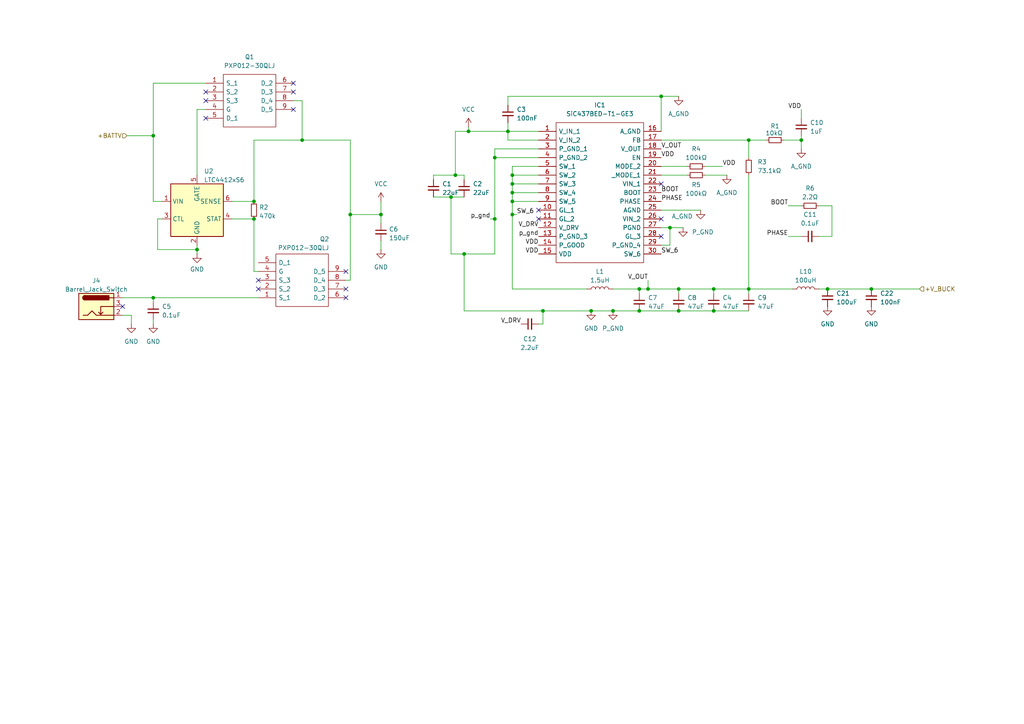
<source format=kicad_sch>
(kicad_sch (version 20231120) (generator "eeschema") (generator_version "8.0")
  (paper "A4")
  (lib_symbols
    (symbol "Connector:Barrel_Jack_Switch" (pin_names hide)
      (property "Reference" "J" (at 0 5.334 0))
      (property "Value" "Barrel_Jack_Switch" (at 0 -5.08 0))
      (symbol "Barrel_Jack_Switch_0_1"
        (rectangle (start -5.08 3.81) (end 5.08 -3.81) (stroke (width 0.254)) (fill (type background)))
        (arc (start -3.302 3.175) (mid -3.9342 2.54) (end -3.302 1.905) (stroke (width 0.254)))
        (arc (start -3.302 3.175) (mid -3.9342 2.54) (end -3.302 1.905) (stroke (width 0.254)) (fill (type outline)))
        (polyline (pts (xy 1.27 -2.286) (xy 1.905 -1.651)) (stroke (width 0.254)))
        (polyline (pts (xy 5.08 2.54) (xy 3.81 2.54)) (stroke (width 0.254)))
        (polyline (pts (xy 5.08 0) (xy 1.27 0) (xy 1.27 -2.286) (xy 0.635 -1.651)) (stroke (width 0.254)))
        (polyline (pts (xy -3.81 -2.54) (xy -2.54 -2.54) (xy -1.27 -1.27) (xy 0 -2.54) (xy 2.54 -2.54) (xy 5.08 -2.54)) (stroke (width 0.254)))
        (rectangle (start 3.683 3.175) (end -3.302 1.905) (stroke (width 0.254)) (fill (type outline)))
      )
      (symbol "Barrel_Jack_Switch_1_1"
        (pin passive line (at 7.62 2.54 180) (length 2.54) (name "~") (number "1"))
        (pin passive line (at 7.62 -2.54 180) (length 2.54) (name "~") (number "2"))
        (pin passive line (at 7.62 0 180) (length 2.54) (name "~") (number "3"))
      )
    )
    (symbol "Device:C_Small" (pin_numbers hide) (pin_names (offset 0.254) hide)
      (property "Reference" "C" (at 0.254 1.778 0))
      (property "Value" "C_Small" (at 0.254 -2.032 0))
      (symbol "C_Small_0_1"
        (polyline (pts (xy -1.524 -0.508) (xy 1.524 -0.508)) (stroke (width 0.3302)))
        (polyline (pts (xy -1.524 0.508) (xy 1.524 0.508)) (stroke (width 0.3048)))
      )
      (symbol "C_Small_1_1"
        (pin passive line (at 0 2.54 270) (length 2.032) (name "~") (number "1"))
        (pin passive line (at 0 -2.54 90) (length 2.032) (name "~") (number "2"))
      )
    )
    (symbol "Device:L" (pin_numbers hide) (pin_names (offset 1.016) hide)
      (property "Reference" "L" (at -1.27 0 90))
      (property "Value" "L" (at 1.905 0 90))
      (symbol "L_0_1"
        (arc (start 0 -2.54) (mid 0.6323 -1.905) (end 0 -1.27))
        (arc (start 0 -1.27) (mid 0.6323 -0.635) (end 0 0))
        (arc (start 0 0) (mid 0.6323 0.635) (end 0 1.27))
        (arc (start 0 1.27) (mid 0.6323 1.905) (end 0 2.54))
      )
      (symbol "L_1_1"
        (pin passive line (at 0 3.81 270) (length 1.27) (name "1") (number "1"))
        (pin passive line (at 0 -3.81 90) (length 1.27) (name "2") (number "2"))
      )
    )
    (symbol "Device:R_Small" (pin_numbers hide) (pin_names (offset 0.254) hide)
      (property "Reference" "R" (at 0.762 0.508 0))
      (property "Value" "R_Small" (at 0.762 -1.016 0))
      (symbol "R_Small_0_1"
        (rectangle (start -0.762 1.778) (end 0.762 -1.778) (stroke (width 0.2032)))
      )
      (symbol "R_Small_1_1"
        (pin passive line (at 0 2.54 270) (length 0.762) (name "~") (number "1"))
        (pin passive line (at 0 -2.54 90) (length 0.762) (name "~") (number "2"))
      )
    )
    (symbol "ICLR:PXP012-30QLJ" (pin_names (offset 0.762))
      (property "Reference" "Q" (at 21.59 7.62 0))
      (property "Value" "PXP012-30QLJ" (at 21.59 5.08 0))
      (symbol "PXP012-30QLJ_0_0"
        (pin passive line (at 0 0 0) (length 5.08) (name "S_1") (number "1"))
        (pin passive line (at 0 -2.54 0) (length 5.08) (name "S_2") (number "2"))
        (pin passive line (at 0 -5.08 0) (length 5.08) (name "S_3") (number "3"))
        (pin passive line (at 0 -7.62 0) (length 5.08) (name "G") (number "4"))
        (pin passive line (at 0 -10.16 0) (length 5.08) (name "D_1") (number "5"))
        (pin passive line (at 25.4 0 180) (length 5.08) (name "D_2") (number "6"))
        (pin passive line (at 25.4 -2.54 180) (length 5.08) (name "D_3") (number "7"))
        (pin passive line (at 25.4 -5.08 180) (length 5.08) (name "D_4") (number "8"))
        (pin passive line (at 25.4 -7.62 180) (length 5.08) (name "D_5") (number "9"))
      )
      (symbol "PXP012-30QLJ_0_1"
        (polyline (pts (xy 5.08 2.54) (xy 20.32 2.54) (xy 20.32 -12.7) (xy 5.08 -12.7) (xy 5.08 2.54)) (stroke (width 0.1524)))
      )
    )
    (symbol "ICLR:SiC437BED-T1-GE3" (pin_names (offset 0.762))
      (property "Reference" "IC" (at 31.75 7.62 0))
      (property "Value" "SiC437BED-T1-GE3" (at 31.75 5.08 0))
      (symbol "SiC437BED-T1-GE3_0_0"
        (pin passive line (at 0 0 0) (length 5.08) (name "V_IN_1") (number "1"))
        (pin passive line (at 0 -22.86 0) (length 5.08) (name "GL_1") (number "10"))
        (pin passive line (at 0 -25.4 0) (length 5.08) (name "GL_2") (number "11"))
        (pin passive line (at 0 -27.94 0) (length 5.08) (name "V_DRV") (number "12"))
        (pin passive line (at 0 -30.48 0) (length 5.08) (name "P_GND_3") (number "13"))
        (pin passive line (at 0 -33.02 0) (length 5.08) (name "P_GOOD") (number "14"))
        (pin passive line (at 0 -35.56 0) (length 5.08) (name "VDD") (number "15"))
        (pin passive line (at 35.56 0 180) (length 5.08) (name "A_GND") (number "16"))
        (pin passive line (at 35.56 -2.54 180) (length 5.08) (name "FB") (number "17"))
        (pin passive line (at 35.56 -5.08 180) (length 5.08) (name "V_OUT") (number "18"))
        (pin passive line (at 35.56 -7.62 180) (length 5.08) (name "EN") (number "19"))
        (pin passive line (at 0 -2.54 0) (length 5.08) (name "V_IN_2") (number "2"))
        (pin passive line (at 35.56 -10.16 180) (length 5.08) (name "MODE_2") (number "20"))
        (pin passive line (at 35.56 -12.7 180) (length 5.08) (name "_MODE_1") (number "21"))
        (pin passive line (at 35.56 -15.24 180) (length 5.08) (name "VIN_1") (number "22"))
        (pin passive line (at 35.56 -17.78 180) (length 5.08) (name "BOOT") (number "23"))
        (pin passive line (at 35.56 -20.32 180) (length 5.08) (name "PHASE") (number "24"))
        (pin passive line (at 35.56 -22.86 180) (length 5.08) (name "AGND") (number "25"))
        (pin passive line (at 35.56 -25.4 180) (length 5.08) (name "VIN_2") (number "26"))
        (pin passive line (at 35.56 -27.94 180) (length 5.08) (name "PGND") (number "27"))
        (pin passive line (at 35.56 -30.48 180) (length 5.08) (name "GL_3") (number "28"))
        (pin passive line (at 35.56 -33.02 180) (length 5.08) (name "P_GND_4") (number "29"))
        (pin passive line (at 0 -5.08 0) (length 5.08) (name "P_GND_1") (number "3"))
        (pin passive line (at 35.56 -35.56 180) (length 5.08) (name "SW_6") (number "30"))
        (pin passive line (at 0 -7.62 0) (length 5.08) (name "P_GND_2") (number "4"))
        (pin passive line (at 0 -10.16 0) (length 5.08) (name "SW_1") (number "5"))
        (pin passive line (at 0 -12.7 0) (length 5.08) (name "SW_2") (number "6"))
        (pin passive line (at 0 -15.24 0) (length 5.08) (name "SW_3") (number "7"))
        (pin passive line (at 0 -17.78 0) (length 5.08) (name "SW_4") (number "8"))
        (pin passive line (at 0 -20.32 0) (length 5.08) (name "SW_5") (number "9"))
      )
      (symbol "SiC437BED-T1-GE3_0_1"
        (polyline (pts (xy 5.08 2.54) (xy 30.48 2.54) (xy 30.48 -38.1) (xy 5.08 -38.1) (xy 5.08 2.54)) (stroke (width 0.1524)))
      )
    )
    (symbol "Power_Management:LTC4412xS6"
      (property "Reference" "U" (at -6.35 8.89 0))
      (property "Value" "LTC4412xS6" (at 6.35 8.89 0))
      (symbol "LTC4412xS6_0_1"
        (rectangle (start -7.62 7.62) (end 7.62 -7.62) (stroke (width 0.254)) (fill (type background)))
      )
      (symbol "LTC4412xS6_1_1"
        (pin power_in line (at -10.16 2.54 0) (length 2.54) (name "VIN") (number "1"))
        (pin power_in line (at 0 -10.16 90) (length 2.54) (name "GND") (number "2"))
        (pin input line (at -10.16 -2.54 0) (length 2.54) (name "CTL") (number "3"))
        (pin open_collector line (at 10.16 -2.54 180) (length 2.54) (name "STAT") (number "4"))
        (pin output line (at 0 10.16 270) (length 2.54) (name "GATE") (number "5"))
        (pin input line (at 10.16 2.54 180) (length 2.54) (name "SENSE") (number "6"))
      )
    )
    (symbol "power:GND" (power) (pin_numbers hide) (pin_names (offset 0) hide)
      (property "Value" "GND" (at 0 -3.81 0))
      (symbol "GND_0_1"
        (polyline (pts (xy 0 0) (xy 0 -1.27) (xy 1.27 -1.27) (xy 0 -2.54) (xy -1.27 -1.27) (xy 0 -1.27)))
      )
      (symbol "GND_1_1"
        (pin power_in line (at 0 0 270) (length 0) (name "~") (number "1"))
      )
    )
    (symbol "power:VCC" (power) (pin_names (offset 0))
      (property "Value" "VCC" (at 0 3.81 0))
      (symbol "VCC_0_1"
        (polyline (pts (xy -0.762 1.27) (xy 0 2.54)))
        (polyline (pts (xy 0 0) (xy 0 2.54)))
        (polyline (pts (xy 0 2.54) (xy 0.762 1.27)))
      )
      (symbol "VCC_1_1"
        (pin power_in line (at 0 0 90) (length 0) hide (name "VCC") (number "1"))
      )
    )
  )
  (junction (at 148.59 58.42))
  (junction (at 57.15 72.39))
  (junction (at 148.59 55.88))
  (junction (at 73.66 63.5))
  (junction (at 148.59 53.34))
  (junction (at 143.51 63.5))
  (junction (at 232.41 40.64))
  (junction (at 217.17 40.64))
  (junction (at 134.62 73.66))
  (junction (at 185.42 83.82))
  (junction (at 194.31 66.04))
  (junction (at 207.01 83.82))
  (junction (at 177.8 90.17))
  (junction (at 148.59 50.8))
  (junction (at 44.45 86.36))
  (junction (at 110.49 62.23))
  (junction (at 207.01 90.17))
  (junction (at 44.45 39.37))
  (junction (at 252.73 83.82))
  (junction (at 143.51 45.72))
  (junction (at 101.6 62.23))
  (junction (at 147.32 38.1))
  (junction (at 240.03 83.82))
  (junction (at 135.89 38.1))
  (junction (at 132.08 50.8))
  (junction (at 196.85 90.17))
  (junction (at 171.45 90.17))
  (junction (at 185.42 90.17))
  (junction (at 191.77 27.94))
  (junction (at 148.59 62.23))
  (junction (at 87.63 40.64))
  (junction (at 157.48 90.17))
  (junction (at 187.96 83.82))
  (junction (at 130.81 57.15))
  (junction (at 196.85 83.82))
  (junction (at 73.66 58.42))
  (junction (at 217.17 83.82))
  (no_connect (at 85.09 31.75))
  (no_connect (at 59.69 29.21))
  (no_connect (at 74.93 83.82))
  (no_connect (at 191.77 53.34))
  (no_connect (at 191.77 63.5))
  (no_connect (at 35.56 88.9))
  (no_connect (at 156.21 60.96))
  (no_connect (at 156.21 63.5))
  (no_connect (at 59.69 26.67))
  (no_connect (at 100.33 86.36))
  (no_connect (at 100.33 78.74))
  (no_connect (at 191.77 68.58))
  (no_connect (at 74.93 81.28))
  (no_connect (at 85.09 26.67))
  (no_connect (at 85.09 24.13))
  (no_connect (at 59.69 34.29))
  (no_connect (at 100.33 83.82))
  (wire (pts (xy 194.31 66.04) (xy 198.12 66.04)))
  (wire (pts (xy 217.17 40.64) (xy 222.25 40.64)))
  (wire (pts (xy 67.31 63.5) (xy 73.66 63.5)))
  (wire (pts (xy 44.45 24.13) (xy 59.69 24.13)))
  (wire (pts (xy 143.51 73.66) (xy 134.62 73.66)))
  (wire (pts (xy 185.42 83.82) (xy 187.96 83.82)))
  (wire (pts (xy 130.81 73.66) (xy 130.81 57.15)))
  (wire (pts (xy 157.48 93.98) (xy 157.48 90.17)))
  (wire (pts (xy 57.15 71.12) (xy 57.15 72.39)))
  (wire (pts (xy 191.77 66.04) (xy 194.31 66.04)))
  (wire (pts (xy 217.17 85.09) (xy 217.17 83.82)))
  (wire (pts (xy 46.99 63.5) (xy 45.72 63.5)))
  (wire (pts (xy 101.6 81.28) (xy 101.6 62.23)))
  (wire (pts (xy 148.59 50.8) (xy 148.59 53.34)))
  (wire (pts (xy 35.56 91.44) (xy 38.1 91.44)))
  (wire (pts (xy 148.59 58.42) (xy 156.21 58.42)))
  (wire (pts (xy 156.21 43.18) (xy 143.51 43.18)))
  (wire (pts (xy 232.41 31.75) (xy 232.41 34.29)))
  (wire (pts (xy 148.59 53.34) (xy 148.59 55.88)))
  (wire (pts (xy 232.41 59.69) (xy 228.6 59.69)))
  (wire (pts (xy 228.6 68.58) (xy 232.41 68.58)))
  (wire (pts (xy 85.09 29.21) (xy 87.63 29.21)))
  (wire (pts (xy 171.45 90.17) (xy 177.8 90.17)))
  (wire (pts (xy 57.15 31.75) (xy 57.15 50.8)))
  (wire (pts (xy 191.77 27.94) (xy 196.85 27.94)))
  (wire (pts (xy 194.31 66.04) (xy 194.31 71.12)))
  (wire (pts (xy 191.77 50.8) (xy 199.39 50.8)))
  (wire (pts (xy 232.41 43.18) (xy 232.41 40.64)))
  (wire (pts (xy 148.59 58.42) (xy 148.59 62.23)))
  (wire (pts (xy 125.73 52.07) (xy 125.73 50.8)))
  (wire (pts (xy 156.21 40.64) (xy 147.32 40.64)))
  (wire (pts (xy 241.3 59.69) (xy 237.49 59.69)))
  (wire (pts (xy 45.72 63.5) (xy 45.72 72.39)))
  (wire (pts (xy 156.21 93.98) (xy 157.48 93.98)))
  (wire (pts (xy 135.89 38.1) (xy 135.89 36.83)))
  (wire (pts (xy 232.41 39.37) (xy 232.41 40.64)))
  (wire (pts (xy 147.32 27.94) (xy 147.32 30.48)))
  (wire (pts (xy 191.77 48.26) (xy 199.39 48.26)))
  (wire (pts (xy 44.45 58.42) (xy 46.99 58.42)))
  (wire (pts (xy 187.96 83.82) (xy 196.85 83.82)))
  (wire (pts (xy 241.3 68.58) (xy 241.3 59.69)))
  (wire (pts (xy 185.42 90.17) (xy 196.85 90.17)))
  (wire (pts (xy 147.32 35.56) (xy 147.32 38.1)))
  (wire (pts (xy 143.51 63.5) (xy 143.51 73.66)))
  (wire (pts (xy 67.31 58.42) (xy 73.66 58.42)))
  (wire (pts (xy 148.59 48.26) (xy 148.59 50.8)))
  (wire (pts (xy 134.62 52.07) (xy 134.62 50.8)))
  (wire (pts (xy 177.8 83.82) (xy 185.42 83.82)))
  (wire (pts (xy 143.51 43.18) (xy 143.51 45.72)))
  (wire (pts (xy 196.85 90.17) (xy 207.01 90.17)))
  (wire (pts (xy 36.83 39.37) (xy 44.45 39.37)))
  (wire (pts (xy 196.85 83.82) (xy 207.01 83.82)))
  (wire (pts (xy 217.17 40.64) (xy 217.17 45.72)))
  (wire (pts (xy 44.45 24.13) (xy 44.45 39.37)))
  (wire (pts (xy 134.62 50.8) (xy 132.08 50.8)))
  (wire (pts (xy 87.63 40.64) (xy 101.6 40.64)))
  (wire (pts (xy 45.72 72.39) (xy 57.15 72.39)))
  (wire (pts (xy 87.63 29.21) (xy 87.63 40.64)))
  (wire (pts (xy 148.59 55.88) (xy 148.59 58.42)))
  (wire (pts (xy 207.01 83.82) (xy 207.01 85.09)))
  (wire (pts (xy 217.17 50.8) (xy 217.17 83.82)))
  (wire (pts (xy 217.17 83.82) (xy 229.87 83.82)))
  (wire (pts (xy 252.73 83.82) (xy 266.7 83.82)))
  (wire (pts (xy 148.59 55.88) (xy 156.21 55.88)))
  (wire (pts (xy 101.6 40.64) (xy 101.6 62.23)))
  (wire (pts (xy 204.47 50.8) (xy 210.82 50.8)))
  (wire (pts (xy 217.17 40.64) (xy 191.77 40.64)))
  (wire (pts (xy 171.45 90.17) (xy 157.48 90.17)))
  (wire (pts (xy 110.49 69.85) (xy 110.49 72.39)))
  (wire (pts (xy 148.59 50.8) (xy 156.21 50.8)))
  (wire (pts (xy 73.66 63.5) (xy 73.66 78.74)))
  (wire (pts (xy 187.96 81.28) (xy 187.96 83.82)))
  (wire (pts (xy 147.32 40.64) (xy 147.32 38.1)))
  (wire (pts (xy 237.49 83.82) (xy 240.03 83.82)))
  (wire (pts (xy 148.59 62.23) (xy 148.59 83.82)))
  (wire (pts (xy 57.15 72.39) (xy 57.15 73.66)))
  (wire (pts (xy 35.56 86.36) (xy 44.45 86.36)))
  (wire (pts (xy 143.51 45.72) (xy 143.51 63.5)))
  (wire (pts (xy 134.62 90.17) (xy 134.62 73.66)))
  (wire (pts (xy 204.47 48.26) (xy 209.55 48.26)))
  (wire (pts (xy 156.21 48.26) (xy 148.59 48.26)))
  (wire (pts (xy 191.77 38.1) (xy 191.77 27.94)))
  (wire (pts (xy 38.1 91.44) (xy 38.1 93.98)))
  (wire (pts (xy 100.33 81.28) (xy 101.6 81.28)))
  (wire (pts (xy 110.49 58.42) (xy 110.49 62.23)))
  (wire (pts (xy 196.85 83.82) (xy 196.85 85.09)))
  (wire (pts (xy 191.77 60.96) (xy 203.2 60.96)))
  (wire (pts (xy 130.81 57.15) (xy 134.62 57.15)))
  (wire (pts (xy 44.45 86.36) (xy 74.93 86.36)))
  (wire (pts (xy 185.42 83.82) (xy 185.42 85.09)))
  (wire (pts (xy 44.45 92.71) (xy 44.45 93.98)))
  (wire (pts (xy 191.77 71.12) (xy 194.31 71.12)))
  (wire (pts (xy 147.32 38.1) (xy 135.89 38.1)))
  (wire (pts (xy 148.59 83.82) (xy 170.18 83.82)))
  (wire (pts (xy 73.66 78.74) (xy 74.93 78.74)))
  (wire (pts (xy 59.69 31.75) (xy 57.15 31.75)))
  (wire (pts (xy 240.03 83.82) (xy 252.73 83.82)))
  (wire (pts (xy 132.08 38.1) (xy 135.89 38.1)))
  (wire (pts (xy 185.42 90.17) (xy 177.8 90.17)))
  (wire (pts (xy 156.21 38.1) (xy 147.32 38.1)))
  (wire (pts (xy 237.49 68.58) (xy 241.3 68.58)))
  (wire (pts (xy 148.59 62.23) (xy 149.86 62.23)))
  (wire (pts (xy 73.66 40.64) (xy 73.66 58.42)))
  (wire (pts (xy 44.45 86.36) (xy 44.45 87.63)))
  (wire (pts (xy 110.49 62.23) (xy 110.49 64.77)))
  (wire (pts (xy 125.73 50.8) (xy 132.08 50.8)))
  (wire (pts (xy 142.24 63.5) (xy 143.51 63.5)))
  (wire (pts (xy 207.01 90.17) (xy 217.17 90.17)))
  (wire (pts (xy 44.45 39.37) (xy 44.45 58.42)))
  (wire (pts (xy 130.81 73.66) (xy 134.62 73.66)))
  (wire (pts (xy 73.66 40.64) (xy 87.63 40.64)))
  (wire (pts (xy 132.08 50.8) (xy 132.08 38.1)))
  (wire (pts (xy 148.59 53.34) (xy 156.21 53.34)))
  (wire (pts (xy 143.51 45.72) (xy 156.21 45.72)))
  (wire (pts (xy 227.33 40.64) (xy 232.41 40.64)))
  (wire (pts (xy 101.6 62.23) (xy 110.49 62.23)))
  (wire (pts (xy 157.48 90.17) (xy 134.62 90.17)))
  (wire (pts (xy 217.17 83.82) (xy 207.01 83.82)))
  (wire (pts (xy 125.73 57.15) (xy 130.81 57.15)))
  (wire (pts (xy 191.77 27.94) (xy 147.32 27.94)))
  (label "BOOT" (at 228.6 59.69 180))
  (label "VDD" (at 232.41 31.75 180))
  (label "SW_6" (at 149.86 62.23 0))
  (label "VDD" (at 156.21 73.66 180))
  (label "PHASE" (at 228.6 68.58 180))
  (label "p_gnd" (at 142.24 63.5 180))
  (label "V_OUT" (at 187.96 81.28 180))
  (label "p_gnd" (at 156.21 68.58 180))
  (label "V_OUT" (at 191.77 43.18 0))
  (label "BOOT" (at 191.77 55.88 0))
  (label "SW_6" (at 191.77 73.66 0))
  (label "V_DRV" (at 151.13 93.98 180))
  (label "V_DRV" (at 156.21 66.04 180))
  (label "PHASE" (at 191.77 58.42 0))
  (label "VDD" (at 156.21 71.12 180))
  (label "VDD" (at 209.55 48.26 0))
  (label "VDD" (at 191.77 45.72 0))
  (hierarchical_label "+V_BUCK" (shape input) (at 266.7 83.82 0))
  (hierarchical_label "+BATTV" (shape input) (at 36.83 39.37 180))
  (symbol (lib_id "Device:R_Small") (at 224.79 40.64 90) (unit 1)
    (property "Reference" "R1" (at 224.79 36.576 90))
    (property "Value" "10kΩ" (at 224.536 38.608 90))
    (property "Description" "Resistor, small symbol" (effects (hide yes)))
  )
  (symbol (lib_id "power:VCC") (at 135.89 36.83 0) (unit 1)
    (property "Reference" "#PWR03" (effects (hide yes)))
    (property "Value" "VCC" (at 135.89 31.75 0))
  )
  (symbol (lib_id "Device:R_Small") (at 73.66 60.96 180) (unit 1)
    (property "Reference" "R2" (at 75.1586 60.1253 0) (effects (justify right)))
    (property "Value" "470k" (at 75.1586 62.6622 0) (effects (justify right)))
    (property "Footprint" "Resistor_SMD:R_0603_1608Metric" (effects (hide yes)))
  )
  (symbol (lib_id "Device:C_Small") (at 240.03 86.36 0) (unit 1)
    (property "Reference" "C21" (at 242.57 85.0962 0) (effects (justify left)))
    (property "Value" "100uF" (at 242.57 87.6362 0) (effects (justify left)))
    (property "Footprint" "Capacitor_SMD:C_Elec_6.3x5.4" (effects (hide yes)))
    (property "Description" "Unpolarized capacitor, small symbol" (effects (hide yes)))
  )
  (symbol (lib_id "power:GND") (at 177.8 90.17 0) (unit 1)
    (property "Reference" "#PWR04" (effects (hide yes)))
    (property "Value" "P_GND" (at 177.8 95.25 0))
    (property "Description" "Power symbol creates a global label with name \"GND\" , ground" (effects (hide yes)))
  )
  (symbol (lib_id "power:GND") (at 171.45 90.17 0) (unit 1)
    (property "Reference" "#PWR05" (effects (hide yes)))
    (property "Value" "GND" (at 171.45 95.25 0))
    (property "Description" "Power symbol creates a global label with name \"GND\" , ground" (effects (hide yes)))
  )
  (symbol (lib_id "Device:R_Small") (at 234.95 59.69 270) (unit 1)
    (property "Reference" "R6" (at 234.95 54.61 90))
    (property "Value" "2.2Ω" (at 234.95 57.15 90))
    (property "Description" "Resistor, small symbol" (effects (hide yes)))
  )
  (symbol (lib_id "power:GND") (at 203.2 60.96 0) (unit 1)
    (property "Reference" "#PWR09" (effects (hide yes)))
    (property "Value" "A_GND" (at 197.866 62.738 0))
    (property "Description" "Power symbol creates a global label with name \"GND\" , ground" (effects (hide yes)))
  )
  (symbol (lib_id "Device:L") (at 173.99 83.82 90) (unit 1)
    (property "Reference" "L1" (at 173.99 78.74 90))
    (property "Value" "1.5uH" (at 173.99 81.28 90))
    (property "Description" "Inductor" (effects (hide yes)))
  )
  (symbol (lib_id "Device:C_Small") (at 110.49 67.31 0) (unit 1)
    (property "Reference" "C6" (at 112.8141 66.4816 0) (effects (justify left)))
    (property "Value" "150uF" (at 112.8141 69.0185 0) (effects (justify left)))
    (property "Footprint" "Capacitor_SMD:CP_Elec_10x12.5" (effects (hide yes)))
  )
  (symbol (lib_id "Power_Management:LTC4412xS6") (at 57.15 60.96 0) (unit 1)
    (property "Reference" "U2" (at 59.1694 49.6402 0) (effects (justify left)))
    (property "Value" "LTC4412xS6" (at 59.1694 52.1771 0) (effects (justify left)))
    (property "Footprint" "Package_TO_SOT_SMD:TSOT-23-6" (effects (hide yes)))
    (property "Datasheet" "https://www.analog.com/media/en/technical-documentation/data-sheets/4412fb.pdf" (effects (hide yes)))
  )
  (symbol (lib_id "Device:C_Small") (at 234.95 68.58 90) (unit 1)
    (property "Reference" "C11" (at 234.9563 62.23 90))
    (property "Value" "0.1uF" (at 234.9563 64.77 90))
    (property "Footprint" "Capacitor_SMD:C_0402_1005Metric" (effects (hide yes)))
    (property "Description" "Unpolarized capacitor, small symbol" (effects (hide yes)))
  )
  (symbol (lib_id "Device:C_Small") (at 153.67 93.98 90) (unit 1)
    (property "Reference" "C12" (at 153.67 98.298 90))
    (property "Value" "2.2uF" (at 153.67 100.838 90))
    (property "Footprint" "Capacitor_SMD:C_0603_1608Metric" (effects (hide yes)))
    (property "Description" "Unpolarized capacitor, small symbol" (effects (hide yes)))
  )
  (symbol (lib_id "power:GND") (at 210.82 50.8 0) (unit 1)
    (property "Reference" "#PWR08" (effects (hide yes)))
    (property "Value" "A_GND" (at 210.82 55.88 0))
    (property "Description" "Power symbol creates a global label with name \"GND\" , ground" (effects (hide yes)))
  )
  (symbol (lib_id "power:GND") (at 196.85 27.94 0) (unit 1)
    (property "Reference" "#PWR02" (effects (hide yes)))
    (property "Value" "A_GND" (at 196.85 33.02 0))
    (property "Description" "Power symbol creates a global label with name \"GND\" , ground" (effects (hide yes)))
  )
  (symbol (lib_id "Device:R_Small") (at 217.17 48.26 0) (unit 1)
    (property "Reference" "R3" (at 219.71 46.9899 0) (effects (justify left)))
    (property "Value" "73.1kΩ" (at 219.71 49.5299 0) (effects (justify left)))
    (property "Description" "Resistor, small symbol" (effects (hide yes)))
  )
  (symbol (lib_id "power:GND") (at 198.12 66.04 0) (unit 1)
    (property "Reference" "#PWR07" (effects (hide yes)))
    (property "Value" "P_GND" (at 200.66 67.3099 0) (effects (justify left)))
    (property "Description" "Power symbol creates a global label with name \"GND\" , ground" (effects (hide yes)))
  )
  (symbol (lib_id "power:GND") (at 252.73 88.9 0) (unit 1)
    (property "Reference" "#PWR031" (effects (hide yes)))
    (property "Value" "GND" (at 252.73 93.98 0))
    (property "Description" "Power symbol creates a global label with name \"GND\" , ground" (effects (hide yes)))
  )
  (symbol (lib_id "Connector:Barrel_Jack_Switch") (at 27.94 88.9 0) (unit 1)
    (property "Reference" "J4" (at 27.94 81.3902 0))
    (property "Value" "Barrel_Jack_Switch" (at 27.94 83.9271 0))
    (property "Footprint" "Connector_BarrelJack:BarrelJack_Wuerth_6941xx301002" (effects (hide yes)))
  )
  (symbol (lib_id "power:VCC") (at 110.49 58.42 0) (unit 1)
    (property "Reference" "#PWR015" (effects (hide yes)))
    (property "Value" "VCC" (at 110.49 53.34 0))
  )
  (symbol (lib_id "Device:C_Small") (at 185.42 87.63 0) (unit 1)
    (property "Reference" "C7" (at 187.96 86.3662 0) (effects (justify left)))
    (property "Value" "47uF" (at 187.96 88.9062 0) (effects (justify left)))
    (property "Footprint" "Capacitor_SMD:C_1206_3216Metric" (effects (hide yes)))
    (property "Description" "Unpolarized capacitor, small symbol" (effects (hide yes)))
  )
  (symbol (lib_id "ICLR:PXP012-30QLJ") (at 74.93 86.36 0) (mirror x) (unit 1)
    (property "Reference" "Q2" (at 95.504 69.342 0) (effects (justify right)))
    (property "Value" "PXP012-30QLJ" (at 95.504 71.882 0) (effects (justify right)))
    (property "Footprint" "iclr:PXP01230QLJ" (effects (hide yes)))
    (property "Datasheet" "https://assets.nexperia.com/documents/data-sheet/PXP012-30QL.pdf" (effects (hide yes)))
    (property "Description" "P-channel enhancement mode Field-Effect Transistor (FET) in an MLPAK33 (SOT8002) Surface-Mounted Device (SMD) plastic package using Trench MOSFET technology." (effects (hide yes)))
    (property "Height" "0.9" (effects (hide yes)))
    (property "Manufacturer_Name" "Nexperia" (effects (hide yes)))
    (property "Manufacturer_Part_Number" "PXP012-30QLJ" (effects (hide yes)))
    (property "Mouser Part Number" "771-PXP012-30QLJ" (effects (hide yes)))
    (property "Mouser Price/Stock" "https://www.mouser.co.uk/ProductDetail/Nexperia/PXP012-30QLJ?qs=MyNHzdoqoQJZrENr6odxAg%3D%3D" (effects (hide yes)))
  )
  (symbol (lib_id "Device:C_Small") (at 125.73 54.61 0) (unit 1)
    (property "Reference" "C1" (at 128.27 53.3462 0) (effects (justify left)))
    (property "Value" "22uF" (at 128.27 55.8862 0) (effects (justify left)))
    (property "Footprint" "Capacitor_SMD:C_0805_2012Metric" (effects (hide yes)))
    (property "Description" "Unpolarized capacitor, small symbol" (effects (hide yes)))
  )
  (symbol (lib_id "Device:C_Small") (at 134.62 54.61 0) (unit 1)
    (property "Reference" "C2" (at 137.16 53.3462 0) (effects (justify left)))
    (property "Value" "22uF" (at 137.16 55.8862 0) (effects (justify left)))
    (property "Footprint" "Capacitor_SMD:C_0805_2012Metric" (effects (hide yes)))
    (property "Description" "Unpolarized capacitor, small symbol" (effects (hide yes)))
  )
  (symbol (lib_id "Device:C_Small") (at 207.01 87.63 0) (unit 1)
    (property "Reference" "C4" (at 209.55 86.3662 0) (effects (justify left)))
    (property "Value" "47uF" (at 209.55 88.9062 0) (effects (justify left)))
    (property "Footprint" "Capacitor_SMD:C_1206_3216Metric" (effects (hide yes)))
    (property "Description" "Unpolarized capacitor, small symbol" (effects (hide yes)))
  )
  (symbol (lib_id "Device:C_Small") (at 232.41 36.83 0) (unit 1)
    (property "Reference" "C10" (at 234.95 35.5662 0) (effects (justify left)))
    (property "Value" "1uF" (at 234.95 38.1062 0) (effects (justify left)))
    (property "Footprint" "Capacitor_SMD:C_0603_1608Metric" (effects (hide yes)))
    (property "Description" "Unpolarized capacitor, small symbol" (effects (hide yes)))
  )
  (symbol (lib_id "ICLR:SiC437BED-T1-GE3") (at 156.21 38.1 0) (unit 1)
    (property "Reference" "IC1" (at 173.99 30.48 0))
    (property "Value" "SiC437BED-T1-GE3" (at 173.99 33.02 0))
    (property "Footprint" "iclr:SiC437BEDT1GE3" (effects (hide yes)))
    (property "Datasheet" "https://componentsearchengine.com/Datasheets/1/SiC437BED-T1-GE3.pdf" (effects (hide yes)))
    (property "Description" "Switching Voltage Regulators 3-28V 12A 50uA microBUCK MLP44-24" (effects (hide yes)))
    (property "Height" "0.8" (effects (hide yes)))
    (property "Manufacturer_Name" "Vishay" (effects (hide yes)))
    (property "Manufacturer_Part_Number" "SiC437BED-T1-GE3" (effects (hide yes)))
    (property "Mouser Part Number" "78-SIC437BED-T1-GE3" (effects (hide yes)))
    (property "Mouser Price/Stock" "https://www.mouser.co.uk/ProductDetail/Vishay-Siliconix/SiC437BED-T1-GE3?qs=chTDxNqvsyntp1SKlnHzGA%3D%3D" (effects (hide yes)))
    (property "Arrow Part Number" "SIC437BED-T1-GE3" (effects (hide yes)))
    (property "Arrow Price/Stock" "https://www.arrow.com/en/products/sic437bed-t1-ge3/vishay" (effects (hide yes)))
  )
  (symbol (lib_id "power:GND") (at 110.49 72.39 0) (unit 1)
    (property "Reference" "#PWR016" (effects (hide yes)))
    (property "Value" "GND" (at 110.49 77.47 0))
  )
  (symbol (lib_id "power:GND") (at 57.15 73.66 0) (unit 1)
    (property "Reference" "#PWR014" (effects (hide yes)))
    (property "Value" "GND" (at 57.15 78.1034 0))
  )
  (symbol (lib_id "power:GND") (at 240.03 88.9 0) (unit 1)
    (property "Reference" "#PWR030" (effects (hide yes)))
    (property "Value" "GND" (at 240.03 93.98 0))
    (property "Description" "Power symbol creates a global label with name \"GND\" , ground" (effects (hide yes)))
  )
  (symbol (lib_id "Device:C_Small") (at 217.17 87.63 0) (unit 1)
    (property "Reference" "C9" (at 219.71 86.3662 0) (effects (justify left)))
    (property "Value" "47uF" (at 219.71 88.9062 0) (effects (justify left)))
    (property "Footprint" "Capacitor_SMD:C_1206_3216Metric" (effects (hide yes)))
    (property "Description" "Unpolarized capacitor, small symbol" (effects (hide yes)))
  )
  (symbol (lib_id "Device:R_Small") (at 201.93 50.8 90) (unit 1)
    (property "Reference" "R5" (at 201.93 53.594 90))
    (property "Value" "100kΩ" (at 201.93 56.134 90))
    (property "Description" "Resistor, small symbol" (effects (hide yes)))
  )
  (symbol (lib_id "Device:C_Small") (at 196.85 87.63 0) (unit 1)
    (property "Reference" "C8" (at 199.39 86.3662 0) (effects (justify left)))
    (property "Value" "47uF" (at 199.39 88.9062 0) (effects (justify left)))
    (property "Footprint" "Capacitor_SMD:C_1206_3216Metric" (effects (hide yes)))
    (property "Description" "Unpolarized capacitor, small symbol" (effects (hide yes)))
  )
  (symbol (lib_id "power:GND") (at 38.1 93.98 0) (unit 1)
    (property "Reference" "#PWR012" (effects (hide yes)))
    (property "Value" "GND" (at 38.1 99.06 0))
  )
  (symbol (lib_id "Device:R_Small") (at 201.93 48.26 90) (unit 1)
    (property "Reference" "R4" (at 201.93 43.18 90))
    (property "Value" "100kΩ" (at 201.93 45.72 90))
    (property "Description" "Resistor, small symbol" (effects (hide yes)))
  )
  (symbol (lib_id "Device:L") (at 233.68 83.82 90) (unit 1)
    (property "Reference" "L10" (at 233.68 78.74 90))
    (property "Value" "100uH" (at 233.68 81.28 90))
    (property "Description" "Inductor" (effects (hide yes)))
  )
  (symbol (lib_id "ICLR:PXP012-30QLJ") (at 59.69 24.13 0) (unit 1)
    (property "Reference" "Q1" (at 72.39 16.51 0))
    (property "Value" "PXP012-30QLJ" (at 72.39 19.05 0))
    (property "Footprint" "iclr:PXP01230QLJ" (effects (hide yes)))
    (property "Datasheet" "https://assets.nexperia.com/documents/data-sheet/PXP012-30QL.pdf" (effects (hide yes)))
    (property "Description" "P-channel enhancement mode Field-Effect Transistor (FET) in an MLPAK33 (SOT8002) Surface-Mounted Device (SMD) plastic package using Trench MOSFET technology." (effects (hide yes)))
    (property "Height" "0.9" (effects (hide yes)))
    (property "Manufacturer_Name" "Nexperia" (effects (hide yes)))
    (property "Manufacturer_Part_Number" "PXP012-30QLJ" (effects (hide yes)))
    (property "Mouser Part Number" "771-PXP012-30QLJ" (effects (hide yes)))
    (property "Mouser Price/Stock" "https://www.mouser.co.uk/ProductDetail/Nexperia/PXP012-30QLJ?qs=MyNHzdoqoQJZrENr6odxAg%3D%3D" (effects (hide yes)))
  )
  (symbol (lib_id "Device:C_Small") (at 44.45 90.17 0) (unit 1)
    (property "Reference" "C5" (at 46.99 88.9062 0) (effects (justify left)))
    (property "Value" "0.1uF" (at 46.99 91.4462 0) (effects (justify left)))
    (property "Footprint" "Capacitor_SMD:C_0402_1005Metric" (effects (hide yes)))
  )
  (symbol (lib_id "power:GND") (at 44.45 93.98 0) (unit 1)
    (property "Reference" "#PWR013" (effects (hide yes)))
    (property "Value" "GND" (at 44.45 99.06 0))
  )
  (symbol (lib_id "power:GND") (at 232.41 43.18 0) (unit 1)
    (property "Reference" "#PWR06" (effects (hide yes)))
    (property "Value" "A_GND" (at 232.41 48.26 0))
    (property "Description" "Power symbol creates a global label with name \"GND\" , ground" (effects (hide yes)))
  )
  (symbol (lib_id "Device:C_Small") (at 147.32 33.02 0) (unit 1)
    (property "Reference" "C3" (at 149.86 31.7562 0) (effects (justify left)))
    (property "Value" "100nF" (at 149.86 34.2962 0) (effects (justify left)))
    (property "Footprint" "Capacitor_SMD:C_0402_1005Metric" (effects (hide yes)))
    (property "Description" "Unpolarized capacitor, small symbol" (effects (hide yes)))
  )
  (symbol (lib_id "Device:C_Small") (at 252.73 86.36 0) (unit 1)
    (property "Reference" "C22" (at 255.27 85.0962 0) (effects (justify left)))
    (property "Value" "100nF" (at 255.27 87.6362 0) (effects (justify left)))
    (property "Footprint" "Capacitor_SMD:C_0402_1005Metric" (effects (hide yes)))
    (property "Description" "Unpolarized capacitor, small symbol" (effects (hide yes)))
  )
)
</source>
